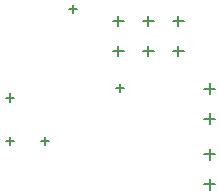
<source format=gbr>
G04 Layer_Color=128*
%FSLAX26Y26*%
%MOIN*%
%TF.FileFunction,Drillmap*%
%TF.Part,Single*%
G01*
G75*
%TA.AperFunction,NonConductor*%
%ADD22C,0.005000*%
D22*
X1747284Y1285000D02*
X1782716D01*
X1765000Y1267284D02*
Y1302716D01*
X1747284Y1385000D02*
X1782716D01*
X1765000Y1367284D02*
Y1402716D01*
X1747284Y1166260D02*
X1782716D01*
X1765000Y1148543D02*
Y1183976D01*
X1747284Y1066260D02*
X1782716D01*
X1765000Y1048543D02*
Y1083976D01*
X1442284Y1510000D02*
X1477716D01*
X1460000Y1492284D02*
Y1527716D01*
X1442284Y1610000D02*
X1477716D01*
X1460000Y1592284D02*
Y1627716D01*
X1542284Y1510000D02*
X1577716D01*
X1560000Y1492284D02*
Y1527716D01*
X1542284Y1610000D02*
X1577716D01*
X1560000Y1592284D02*
Y1627716D01*
X1642284Y1510000D02*
X1677716D01*
X1660000Y1492284D02*
Y1527716D01*
X1642284Y1610000D02*
X1677716D01*
X1660000Y1592284D02*
Y1627716D01*
X1451000Y1386693D02*
X1479000D01*
X1465000Y1372693D02*
Y1400693D01*
X1201000Y1210000D02*
X1229000D01*
X1215000Y1196000D02*
Y1224000D01*
X1296000Y1650000D02*
X1324000D01*
X1310000Y1636000D02*
Y1664000D01*
X1086000Y1210000D02*
X1114000D01*
X1100000Y1196000D02*
Y1224000D01*
X1086000Y1355000D02*
X1114000D01*
X1100000Y1341000D02*
Y1369000D01*
%TF.MD5,B9FAABDC1F0A024981278031F6042F80*%
M02*

</source>
